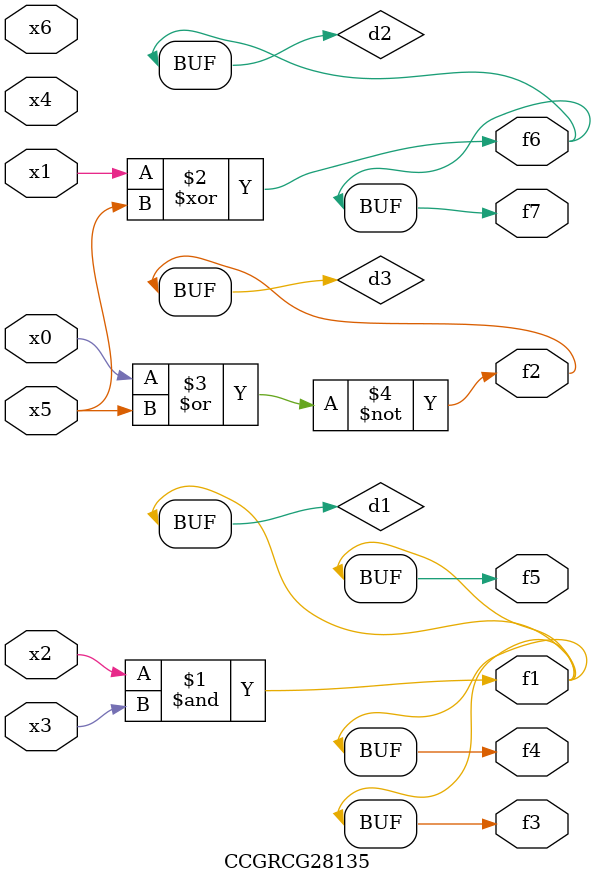
<source format=v>
module CCGRCG28135(
	input x0, x1, x2, x3, x4, x5, x6,
	output f1, f2, f3, f4, f5, f6, f7
);

	wire d1, d2, d3;

	and (d1, x2, x3);
	xor (d2, x1, x5);
	nor (d3, x0, x5);
	assign f1 = d1;
	assign f2 = d3;
	assign f3 = d1;
	assign f4 = d1;
	assign f5 = d1;
	assign f6 = d2;
	assign f7 = d2;
endmodule

</source>
